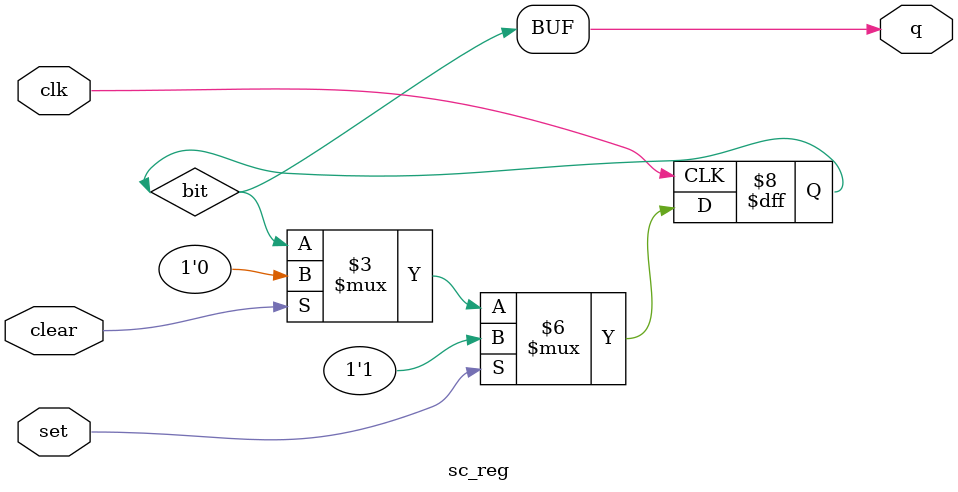
<source format=v>
module sc_reg(clk, set, clear, q);
    input clk;
    input set;
    input clear;
    output q;

    reg bit = 0;

    assign q = bit;

    always @(posedge clk) begin
        if (set)
            bit <= 1;
        else if (clear)
            bit <= 0;
    end

endmodule

</source>
